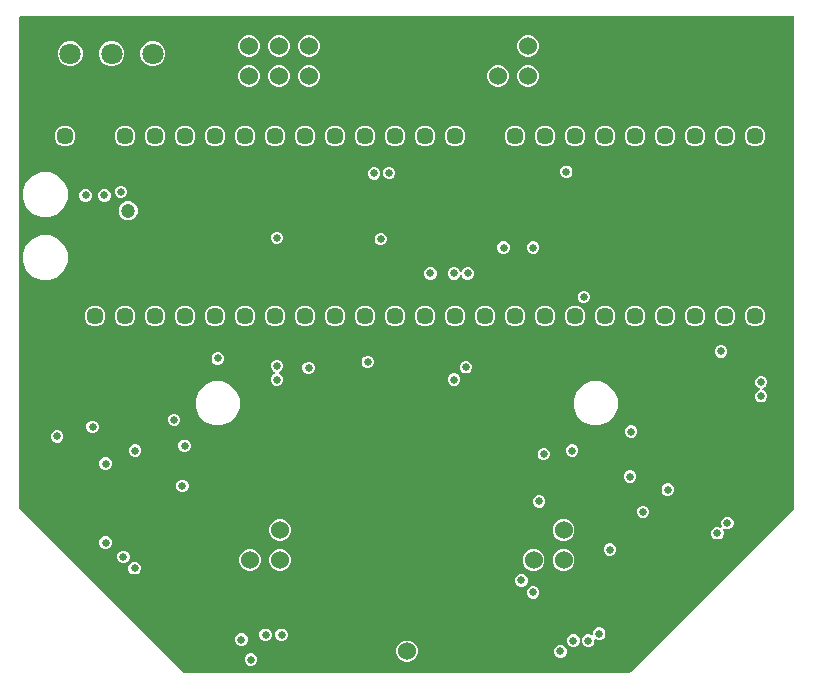
<source format=gbr>
G04 EAGLE Gerber RS-274X export*
G75*
%MOMM*%
%FSLAX34Y34*%
%LPD*%
%INCopper Layer 2*%
%IPPOS*%
%AMOC8*
5,1,8,0,0,1.08239X$1,22.5*%
G01*
%ADD10C,1.447800*%
%ADD11C,1.530000*%
%ADD12C,1.524000*%
%ADD13C,1.800000*%
%ADD14C,0.654000*%
%ADD15C,1.200000*%

G36*
X378852Y2014D02*
X378852Y2014D01*
X378949Y2019D01*
X378992Y2034D01*
X379037Y2041D01*
X379124Y2080D01*
X379215Y2112D01*
X379249Y2137D01*
X379294Y2157D01*
X379391Y2240D01*
X379464Y2293D01*
X517707Y140536D01*
X517764Y140613D01*
X517829Y140684D01*
X517849Y140725D01*
X517876Y140762D01*
X517910Y140852D01*
X517952Y140938D01*
X517958Y140980D01*
X517975Y141026D01*
X517985Y141153D01*
X517999Y141243D01*
X517999Y557000D01*
X517990Y557064D01*
X517991Y557128D01*
X517970Y557203D01*
X517959Y557279D01*
X517933Y557338D01*
X517916Y557400D01*
X517875Y557466D01*
X517843Y557536D01*
X517801Y557585D01*
X517768Y557640D01*
X517710Y557692D01*
X517660Y557750D01*
X517606Y557786D01*
X517558Y557829D01*
X517489Y557862D01*
X517424Y557905D01*
X517362Y557924D01*
X517305Y557952D01*
X517235Y557963D01*
X517154Y557987D01*
X517069Y557988D01*
X517000Y557999D01*
X-137000Y557999D01*
X-137064Y557990D01*
X-137128Y557991D01*
X-137203Y557970D01*
X-137279Y557959D01*
X-137338Y557933D01*
X-137400Y557916D01*
X-137466Y557875D01*
X-137536Y557843D01*
X-137585Y557801D01*
X-137640Y557768D01*
X-137692Y557710D01*
X-137750Y557660D01*
X-137786Y557606D01*
X-137829Y557558D01*
X-137862Y557489D01*
X-137905Y557424D01*
X-137924Y557362D01*
X-137952Y557305D01*
X-137963Y557235D01*
X-137987Y557154D01*
X-137988Y557069D01*
X-137999Y557000D01*
X-137999Y141243D01*
X-137986Y141148D01*
X-137981Y141051D01*
X-137966Y141008D01*
X-137959Y140963D01*
X-137920Y140876D01*
X-137888Y140785D01*
X-137863Y140751D01*
X-137843Y140706D01*
X-137760Y140609D01*
X-137707Y140536D01*
X536Y2293D01*
X613Y2236D01*
X684Y2171D01*
X725Y2151D01*
X762Y2124D01*
X852Y2090D01*
X938Y2048D01*
X980Y2042D01*
X1026Y2025D01*
X1153Y2015D01*
X1243Y2001D01*
X378757Y2001D01*
X378852Y2014D01*
G37*
%LPC*%
G36*
X-119779Y387699D02*
X-119779Y387699D01*
X-126763Y390592D01*
X-132108Y395937D01*
X-135001Y402920D01*
X-135001Y410479D01*
X-132108Y417463D01*
X-126763Y422808D01*
X-119779Y425701D01*
X-112221Y425701D01*
X-105237Y422808D01*
X-99892Y417463D01*
X-96999Y410479D01*
X-96999Y402920D01*
X-99892Y395937D01*
X-105237Y390592D01*
X-112221Y387699D01*
X-119779Y387699D01*
G37*
%LPD*%
%LPC*%
G36*
X-119779Y334299D02*
X-119779Y334299D01*
X-126763Y337192D01*
X-132108Y342537D01*
X-135001Y349520D01*
X-135001Y357079D01*
X-132108Y364063D01*
X-126763Y369408D01*
X-119779Y372301D01*
X-112221Y372301D01*
X-105237Y369408D01*
X-99892Y364063D01*
X-96999Y357079D01*
X-96999Y349520D01*
X-99892Y342537D01*
X-105237Y337192D01*
X-112221Y334299D01*
X-119779Y334299D01*
G37*
%LPD*%
%LPC*%
G36*
X26320Y211499D02*
X26320Y211499D01*
X19520Y214316D01*
X14316Y219520D01*
X11499Y226320D01*
X11499Y233680D01*
X14316Y240480D01*
X19520Y245684D01*
X26320Y248501D01*
X33680Y248501D01*
X40480Y245684D01*
X45684Y240480D01*
X48501Y233680D01*
X48501Y226320D01*
X45684Y219520D01*
X40480Y214316D01*
X33680Y211499D01*
X26320Y211499D01*
G37*
%LPD*%
%LPC*%
G36*
X346320Y211499D02*
X346320Y211499D01*
X339520Y214316D01*
X334316Y219520D01*
X331499Y226320D01*
X331499Y233680D01*
X334316Y240480D01*
X339520Y245684D01*
X346320Y248501D01*
X353680Y248501D01*
X360480Y245684D01*
X365684Y240480D01*
X368501Y233680D01*
X368501Y226320D01*
X365684Y219520D01*
X360480Y214316D01*
X353680Y211499D01*
X346320Y211499D01*
G37*
%LPD*%
%LPC*%
G36*
X-27093Y515475D02*
X-27093Y515475D01*
X-30962Y517078D01*
X-33922Y520038D01*
X-35525Y523906D01*
X-35525Y528093D01*
X-33922Y531962D01*
X-30962Y534922D01*
X-27093Y536525D01*
X-22907Y536525D01*
X-19038Y534922D01*
X-16078Y531962D01*
X-14475Y528093D01*
X-14475Y523906D01*
X-16078Y520038D01*
X-19038Y517078D01*
X-22907Y515475D01*
X-27093Y515475D01*
G37*
%LPD*%
%LPC*%
G36*
X-62093Y515475D02*
X-62093Y515475D01*
X-65962Y517078D01*
X-68922Y520038D01*
X-70525Y523906D01*
X-70525Y528093D01*
X-68922Y531962D01*
X-65962Y534922D01*
X-62093Y536525D01*
X-57907Y536525D01*
X-54038Y534922D01*
X-51078Y531962D01*
X-49475Y528093D01*
X-49475Y523906D01*
X-51078Y520038D01*
X-54038Y517078D01*
X-57907Y515475D01*
X-62093Y515475D01*
G37*
%LPD*%
%LPC*%
G36*
X-97093Y515475D02*
X-97093Y515475D01*
X-100962Y517078D01*
X-103922Y520038D01*
X-105525Y523906D01*
X-105525Y528093D01*
X-103922Y531962D01*
X-100962Y534922D01*
X-97093Y536525D01*
X-92907Y536525D01*
X-89038Y534922D01*
X-86078Y531962D01*
X-84475Y528093D01*
X-84475Y523906D01*
X-86078Y520038D01*
X-89038Y517078D01*
X-92907Y515475D01*
X-97093Y515475D01*
G37*
%LPD*%
%LPC*%
G36*
X290875Y523525D02*
X290875Y523525D01*
X287503Y524922D01*
X284922Y527503D01*
X283525Y530875D01*
X283525Y534525D01*
X284922Y537897D01*
X287503Y540478D01*
X290875Y541875D01*
X294525Y541875D01*
X297897Y540478D01*
X300478Y537897D01*
X301875Y534525D01*
X301875Y530875D01*
X300478Y527503D01*
X297897Y524922D01*
X294525Y523525D01*
X290875Y523525D01*
G37*
%LPD*%
%LPC*%
G36*
X105575Y523525D02*
X105575Y523525D01*
X102203Y524922D01*
X99622Y527503D01*
X98225Y530875D01*
X98225Y534525D01*
X99622Y537897D01*
X102203Y540478D01*
X105575Y541875D01*
X109225Y541875D01*
X112597Y540478D01*
X115178Y537897D01*
X116575Y534525D01*
X116575Y530875D01*
X115178Y527503D01*
X112597Y524922D01*
X109225Y523525D01*
X105575Y523525D01*
G37*
%LPD*%
%LPC*%
G36*
X80175Y523525D02*
X80175Y523525D01*
X76803Y524922D01*
X74222Y527503D01*
X72825Y530875D01*
X72825Y534525D01*
X74222Y537897D01*
X76803Y540478D01*
X80175Y541875D01*
X83825Y541875D01*
X87197Y540478D01*
X89778Y537897D01*
X91175Y534525D01*
X91175Y530875D01*
X89778Y527503D01*
X87197Y524922D01*
X83825Y523525D01*
X80175Y523525D01*
G37*
%LPD*%
%LPC*%
G36*
X54775Y523525D02*
X54775Y523525D01*
X51403Y524922D01*
X48822Y527503D01*
X47425Y530875D01*
X47425Y534525D01*
X48822Y537897D01*
X51403Y540478D01*
X54775Y541875D01*
X58425Y541875D01*
X61797Y540478D01*
X64378Y537897D01*
X65775Y534525D01*
X65775Y530875D01*
X64378Y527503D01*
X61797Y524922D01*
X58425Y523525D01*
X54775Y523525D01*
G37*
%LPD*%
%LPC*%
G36*
X290875Y498125D02*
X290875Y498125D01*
X287503Y499522D01*
X284922Y502103D01*
X283525Y505475D01*
X283525Y509125D01*
X284922Y512497D01*
X287503Y515078D01*
X290875Y516475D01*
X294525Y516475D01*
X297897Y515078D01*
X300478Y512497D01*
X301875Y509125D01*
X301875Y505475D01*
X300478Y502103D01*
X297897Y499522D01*
X294525Y498125D01*
X290875Y498125D01*
G37*
%LPD*%
%LPC*%
G36*
X265475Y498125D02*
X265475Y498125D01*
X262103Y499522D01*
X259522Y502103D01*
X258125Y505475D01*
X258125Y509125D01*
X259522Y512497D01*
X262103Y515078D01*
X265475Y516475D01*
X269125Y516475D01*
X272497Y515078D01*
X275078Y512497D01*
X276475Y509125D01*
X276475Y505475D01*
X275078Y502103D01*
X272497Y499522D01*
X269125Y498125D01*
X265475Y498125D01*
G37*
%LPD*%
%LPC*%
G36*
X105575Y498125D02*
X105575Y498125D01*
X102203Y499522D01*
X99622Y502103D01*
X98225Y505475D01*
X98225Y509125D01*
X99622Y512497D01*
X102203Y515078D01*
X105575Y516475D01*
X109225Y516475D01*
X112597Y515078D01*
X115178Y512497D01*
X116575Y509125D01*
X116575Y505475D01*
X115178Y502103D01*
X112597Y499522D01*
X109225Y498125D01*
X105575Y498125D01*
G37*
%LPD*%
%LPC*%
G36*
X80175Y498125D02*
X80175Y498125D01*
X76803Y499522D01*
X74222Y502103D01*
X72825Y505475D01*
X72825Y509125D01*
X74222Y512497D01*
X76803Y515078D01*
X80175Y516475D01*
X83825Y516475D01*
X87197Y515078D01*
X89778Y512497D01*
X91175Y509125D01*
X91175Y505475D01*
X89778Y502103D01*
X87197Y499522D01*
X83825Y498125D01*
X80175Y498125D01*
G37*
%LPD*%
%LPC*%
G36*
X54775Y498125D02*
X54775Y498125D01*
X51403Y499522D01*
X48822Y502103D01*
X47425Y505475D01*
X47425Y509125D01*
X48822Y512497D01*
X51403Y515078D01*
X54775Y516475D01*
X58425Y516475D01*
X61797Y515078D01*
X64378Y512497D01*
X65775Y509125D01*
X65775Y505475D01*
X64378Y502103D01*
X61797Y499522D01*
X58425Y498125D01*
X54775Y498125D01*
G37*
%LPD*%
%LPC*%
G36*
X80875Y113525D02*
X80875Y113525D01*
X77503Y114922D01*
X74922Y117503D01*
X73525Y120875D01*
X73525Y124525D01*
X74922Y127897D01*
X77503Y130478D01*
X80875Y131875D01*
X84525Y131875D01*
X87897Y130478D01*
X90478Y127897D01*
X91875Y124525D01*
X91875Y120875D01*
X90478Y117503D01*
X87897Y114922D01*
X84525Y113525D01*
X80875Y113525D01*
G37*
%LPD*%
%LPC*%
G36*
X320875Y113525D02*
X320875Y113525D01*
X317503Y114922D01*
X314922Y117503D01*
X313525Y120875D01*
X313525Y124525D01*
X314922Y127897D01*
X317503Y130478D01*
X320875Y131875D01*
X324525Y131875D01*
X327897Y130478D01*
X330478Y127897D01*
X331875Y124525D01*
X331875Y120875D01*
X330478Y117503D01*
X327897Y114922D01*
X324525Y113525D01*
X320875Y113525D01*
G37*
%LPD*%
%LPC*%
G36*
X295475Y88125D02*
X295475Y88125D01*
X292103Y89522D01*
X289522Y92103D01*
X288125Y95475D01*
X288125Y99125D01*
X289522Y102497D01*
X292103Y105078D01*
X295475Y106475D01*
X299125Y106475D01*
X302497Y105078D01*
X305078Y102497D01*
X306475Y99125D01*
X306475Y95475D01*
X305078Y92103D01*
X302497Y89522D01*
X299125Y88125D01*
X295475Y88125D01*
G37*
%LPD*%
%LPC*%
G36*
X55475Y88125D02*
X55475Y88125D01*
X52103Y89522D01*
X49522Y92103D01*
X48125Y95475D01*
X48125Y99125D01*
X49522Y102497D01*
X52103Y105078D01*
X55475Y106475D01*
X59125Y106475D01*
X62497Y105078D01*
X65078Y102497D01*
X66475Y99125D01*
X66475Y95475D01*
X65078Y92103D01*
X62497Y89522D01*
X59125Y88125D01*
X55475Y88125D01*
G37*
%LPD*%
%LPC*%
G36*
X80875Y88125D02*
X80875Y88125D01*
X77503Y89522D01*
X74922Y92103D01*
X73525Y95475D01*
X73525Y99125D01*
X74922Y102497D01*
X77503Y105078D01*
X80875Y106475D01*
X84525Y106475D01*
X87897Y105078D01*
X90478Y102497D01*
X91875Y99125D01*
X91875Y95475D01*
X90478Y92103D01*
X87897Y89522D01*
X84525Y88125D01*
X80875Y88125D01*
G37*
%LPD*%
%LPC*%
G36*
X320875Y88125D02*
X320875Y88125D01*
X317503Y89522D01*
X314922Y92103D01*
X313525Y95475D01*
X313525Y99125D01*
X314922Y102497D01*
X317503Y105078D01*
X320875Y106475D01*
X324525Y106475D01*
X327897Y105078D01*
X330478Y102497D01*
X331875Y99125D01*
X331875Y95475D01*
X330478Y92103D01*
X327897Y89522D01*
X324525Y88125D01*
X320875Y88125D01*
G37*
%LPD*%
%LPC*%
G36*
X188181Y10855D02*
X188181Y10855D01*
X184820Y12247D01*
X182247Y14820D01*
X180855Y18181D01*
X180855Y21819D01*
X182247Y25180D01*
X184820Y27753D01*
X188181Y29145D01*
X191819Y29145D01*
X195180Y27753D01*
X197753Y25180D01*
X199145Y21819D01*
X199145Y18181D01*
X197753Y14820D01*
X195180Y12247D01*
X191819Y10855D01*
X188181Y10855D01*
G37*
%LPD*%
%LPC*%
G36*
X483057Y447436D02*
X483057Y447436D01*
X479836Y448770D01*
X477370Y451236D01*
X476036Y454457D01*
X476036Y457943D01*
X477370Y461164D01*
X479836Y463630D01*
X483057Y464964D01*
X486543Y464964D01*
X489764Y463630D01*
X492230Y461164D01*
X493564Y457943D01*
X493564Y454457D01*
X492230Y451236D01*
X489764Y448770D01*
X486543Y447436D01*
X483057Y447436D01*
G37*
%LPD*%
%LPC*%
G36*
X457657Y447436D02*
X457657Y447436D01*
X454436Y448770D01*
X451970Y451236D01*
X450636Y454457D01*
X450636Y457943D01*
X451970Y461164D01*
X454436Y463630D01*
X457657Y464964D01*
X461143Y464964D01*
X464364Y463630D01*
X466830Y461164D01*
X468164Y457943D01*
X468164Y454457D01*
X466830Y451236D01*
X464364Y448770D01*
X461143Y447436D01*
X457657Y447436D01*
G37*
%LPD*%
%LPC*%
G36*
X432257Y447436D02*
X432257Y447436D01*
X429036Y448770D01*
X426570Y451236D01*
X425236Y454457D01*
X425236Y457943D01*
X426570Y461164D01*
X429036Y463630D01*
X432257Y464964D01*
X435743Y464964D01*
X438964Y463630D01*
X441430Y461164D01*
X442764Y457943D01*
X442764Y454457D01*
X441430Y451236D01*
X438964Y448770D01*
X435743Y447436D01*
X432257Y447436D01*
G37*
%LPD*%
%LPC*%
G36*
X406857Y447436D02*
X406857Y447436D01*
X403636Y448770D01*
X401170Y451236D01*
X399836Y454457D01*
X399836Y457943D01*
X401170Y461164D01*
X403636Y463630D01*
X406857Y464964D01*
X410343Y464964D01*
X413564Y463630D01*
X416030Y461164D01*
X417364Y457943D01*
X417364Y454457D01*
X416030Y451236D01*
X413564Y448770D01*
X410343Y447436D01*
X406857Y447436D01*
G37*
%LPD*%
%LPC*%
G36*
X381457Y447436D02*
X381457Y447436D01*
X378236Y448770D01*
X375770Y451236D01*
X374436Y454457D01*
X374436Y457943D01*
X375770Y461164D01*
X378236Y463630D01*
X381457Y464964D01*
X384943Y464964D01*
X388164Y463630D01*
X390630Y461164D01*
X391964Y457943D01*
X391964Y454457D01*
X390630Y451236D01*
X388164Y448770D01*
X384943Y447436D01*
X381457Y447436D01*
G37*
%LPD*%
%LPC*%
G36*
X356057Y447436D02*
X356057Y447436D01*
X352836Y448770D01*
X350370Y451236D01*
X349036Y454457D01*
X349036Y457943D01*
X350370Y461164D01*
X352836Y463630D01*
X356057Y464964D01*
X359543Y464964D01*
X362764Y463630D01*
X365230Y461164D01*
X366564Y457943D01*
X366564Y454457D01*
X365230Y451236D01*
X362764Y448770D01*
X359543Y447436D01*
X356057Y447436D01*
G37*
%LPD*%
%LPC*%
G36*
X330657Y447436D02*
X330657Y447436D01*
X327436Y448770D01*
X324970Y451236D01*
X323636Y454457D01*
X323636Y457943D01*
X324970Y461164D01*
X327436Y463630D01*
X330657Y464964D01*
X334143Y464964D01*
X337364Y463630D01*
X339830Y461164D01*
X341164Y457943D01*
X341164Y454457D01*
X339830Y451236D01*
X337364Y448770D01*
X334143Y447436D01*
X330657Y447436D01*
G37*
%LPD*%
%LPC*%
G36*
X305257Y447436D02*
X305257Y447436D01*
X302036Y448770D01*
X299570Y451236D01*
X298236Y454457D01*
X298236Y457943D01*
X299570Y461164D01*
X302036Y463630D01*
X305257Y464964D01*
X308743Y464964D01*
X311964Y463630D01*
X314430Y461164D01*
X315764Y457943D01*
X315764Y454457D01*
X314430Y451236D01*
X311964Y448770D01*
X308743Y447436D01*
X305257Y447436D01*
G37*
%LPD*%
%LPC*%
G36*
X279857Y447436D02*
X279857Y447436D01*
X276636Y448770D01*
X274170Y451236D01*
X272836Y454457D01*
X272836Y457943D01*
X274170Y461164D01*
X276636Y463630D01*
X279857Y464964D01*
X283343Y464964D01*
X286564Y463630D01*
X289030Y461164D01*
X290364Y457943D01*
X290364Y454457D01*
X289030Y451236D01*
X286564Y448770D01*
X283343Y447436D01*
X279857Y447436D01*
G37*
%LPD*%
%LPC*%
G36*
X229057Y447436D02*
X229057Y447436D01*
X225836Y448770D01*
X223370Y451236D01*
X222036Y454457D01*
X222036Y457943D01*
X223370Y461164D01*
X225836Y463630D01*
X229057Y464964D01*
X232543Y464964D01*
X235764Y463630D01*
X238230Y461164D01*
X239564Y457943D01*
X239564Y454457D01*
X238230Y451236D01*
X235764Y448770D01*
X232543Y447436D01*
X229057Y447436D01*
G37*
%LPD*%
%LPC*%
G36*
X203657Y447436D02*
X203657Y447436D01*
X200436Y448770D01*
X197970Y451236D01*
X196636Y454457D01*
X196636Y457943D01*
X197970Y461164D01*
X200436Y463630D01*
X203657Y464964D01*
X207143Y464964D01*
X210364Y463630D01*
X212830Y461164D01*
X214164Y457943D01*
X214164Y454457D01*
X212830Y451236D01*
X210364Y448770D01*
X207143Y447436D01*
X203657Y447436D01*
G37*
%LPD*%
%LPC*%
G36*
X178257Y447436D02*
X178257Y447436D01*
X175036Y448770D01*
X172570Y451236D01*
X171236Y454457D01*
X171236Y457943D01*
X172570Y461164D01*
X175036Y463630D01*
X178257Y464964D01*
X181743Y464964D01*
X184964Y463630D01*
X187430Y461164D01*
X188764Y457943D01*
X188764Y454457D01*
X187430Y451236D01*
X184964Y448770D01*
X181743Y447436D01*
X178257Y447436D01*
G37*
%LPD*%
%LPC*%
G36*
X152857Y447436D02*
X152857Y447436D01*
X149636Y448770D01*
X147170Y451236D01*
X145836Y454457D01*
X145836Y457943D01*
X147170Y461164D01*
X149636Y463630D01*
X152857Y464964D01*
X156343Y464964D01*
X159564Y463630D01*
X162030Y461164D01*
X163364Y457943D01*
X163364Y454457D01*
X162030Y451236D01*
X159564Y448770D01*
X156343Y447436D01*
X152857Y447436D01*
G37*
%LPD*%
%LPC*%
G36*
X127457Y447436D02*
X127457Y447436D01*
X124236Y448770D01*
X121770Y451236D01*
X120436Y454457D01*
X120436Y457943D01*
X121770Y461164D01*
X124236Y463630D01*
X127457Y464964D01*
X130943Y464964D01*
X134164Y463630D01*
X136630Y461164D01*
X137964Y457943D01*
X137964Y454457D01*
X136630Y451236D01*
X134164Y448770D01*
X130943Y447436D01*
X127457Y447436D01*
G37*
%LPD*%
%LPC*%
G36*
X102057Y447436D02*
X102057Y447436D01*
X98836Y448770D01*
X96370Y451236D01*
X95036Y454457D01*
X95036Y457943D01*
X96370Y461164D01*
X98836Y463630D01*
X102057Y464964D01*
X105543Y464964D01*
X108764Y463630D01*
X111230Y461164D01*
X112564Y457943D01*
X112564Y454457D01*
X111230Y451236D01*
X108764Y448770D01*
X105543Y447436D01*
X102057Y447436D01*
G37*
%LPD*%
%LPC*%
G36*
X76657Y447436D02*
X76657Y447436D01*
X73436Y448770D01*
X70970Y451236D01*
X69636Y454457D01*
X69636Y457943D01*
X70970Y461164D01*
X73436Y463630D01*
X76657Y464964D01*
X80143Y464964D01*
X83364Y463630D01*
X85830Y461164D01*
X87164Y457943D01*
X87164Y454457D01*
X85830Y451236D01*
X83364Y448770D01*
X80143Y447436D01*
X76657Y447436D01*
G37*
%LPD*%
%LPC*%
G36*
X51257Y447436D02*
X51257Y447436D01*
X48036Y448770D01*
X45570Y451236D01*
X44236Y454457D01*
X44236Y457943D01*
X45570Y461164D01*
X48036Y463630D01*
X51257Y464964D01*
X54743Y464964D01*
X57964Y463630D01*
X60430Y461164D01*
X61764Y457943D01*
X61764Y454457D01*
X60430Y451236D01*
X57964Y448770D01*
X54743Y447436D01*
X51257Y447436D01*
G37*
%LPD*%
%LPC*%
G36*
X25857Y447436D02*
X25857Y447436D01*
X22636Y448770D01*
X20170Y451236D01*
X18836Y454457D01*
X18836Y457943D01*
X20170Y461164D01*
X22636Y463630D01*
X25857Y464964D01*
X29343Y464964D01*
X32564Y463630D01*
X35030Y461164D01*
X36364Y457943D01*
X36364Y454457D01*
X35030Y451236D01*
X32564Y448770D01*
X29343Y447436D01*
X25857Y447436D01*
G37*
%LPD*%
%LPC*%
G36*
X76657Y295036D02*
X76657Y295036D01*
X73436Y296370D01*
X70970Y298836D01*
X69636Y302057D01*
X69636Y305543D01*
X70970Y308764D01*
X73436Y311230D01*
X76657Y312564D01*
X80143Y312564D01*
X83364Y311230D01*
X85830Y308764D01*
X87164Y305543D01*
X87164Y302057D01*
X85830Y298836D01*
X83364Y296370D01*
X80143Y295036D01*
X76657Y295036D01*
G37*
%LPD*%
%LPC*%
G36*
X-24943Y447436D02*
X-24943Y447436D01*
X-28164Y448770D01*
X-30630Y451236D01*
X-31964Y454457D01*
X-31964Y457943D01*
X-30630Y461164D01*
X-28164Y463630D01*
X-24943Y464964D01*
X-21457Y464964D01*
X-18236Y463630D01*
X-15770Y461164D01*
X-14436Y457943D01*
X-14436Y454457D01*
X-15770Y451236D01*
X-18236Y448770D01*
X-21457Y447436D01*
X-24943Y447436D01*
G37*
%LPD*%
%LPC*%
G36*
X-50343Y447436D02*
X-50343Y447436D01*
X-53564Y448770D01*
X-56030Y451236D01*
X-57364Y454457D01*
X-57364Y457943D01*
X-56030Y461164D01*
X-53564Y463630D01*
X-50343Y464964D01*
X-46857Y464964D01*
X-43636Y463630D01*
X-41170Y461164D01*
X-39836Y457943D01*
X-39836Y454457D01*
X-41170Y451236D01*
X-43636Y448770D01*
X-46857Y447436D01*
X-50343Y447436D01*
G37*
%LPD*%
%LPC*%
G36*
X-101143Y447436D02*
X-101143Y447436D01*
X-104364Y448770D01*
X-106830Y451236D01*
X-108164Y454457D01*
X-108164Y457943D01*
X-106830Y461164D01*
X-104364Y463630D01*
X-101143Y464964D01*
X-97657Y464964D01*
X-94436Y463630D01*
X-91970Y461164D01*
X-90636Y457943D01*
X-90636Y454457D01*
X-91970Y451236D01*
X-94436Y448770D01*
X-97657Y447436D01*
X-101143Y447436D01*
G37*
%LPD*%
%LPC*%
G36*
X51257Y295036D02*
X51257Y295036D01*
X48036Y296370D01*
X45570Y298836D01*
X44236Y302057D01*
X44236Y305543D01*
X45570Y308764D01*
X48036Y311230D01*
X51257Y312564D01*
X54743Y312564D01*
X57964Y311230D01*
X60430Y308764D01*
X61764Y305543D01*
X61764Y302057D01*
X60430Y298836D01*
X57964Y296370D01*
X54743Y295036D01*
X51257Y295036D01*
G37*
%LPD*%
%LPC*%
G36*
X25857Y295036D02*
X25857Y295036D01*
X22636Y296370D01*
X20170Y298836D01*
X18836Y302057D01*
X18836Y305543D01*
X20170Y308764D01*
X22636Y311230D01*
X25857Y312564D01*
X29343Y312564D01*
X32564Y311230D01*
X35030Y308764D01*
X36364Y305543D01*
X36364Y302057D01*
X35030Y298836D01*
X32564Y296370D01*
X29343Y295036D01*
X25857Y295036D01*
G37*
%LPD*%
%LPC*%
G36*
X-24943Y295036D02*
X-24943Y295036D01*
X-28164Y296370D01*
X-30630Y298836D01*
X-31964Y302057D01*
X-31964Y305543D01*
X-30630Y308764D01*
X-28164Y311230D01*
X-24943Y312564D01*
X-21457Y312564D01*
X-18236Y311230D01*
X-15770Y308764D01*
X-14436Y305543D01*
X-14436Y302057D01*
X-15770Y298836D01*
X-18236Y296370D01*
X-21457Y295036D01*
X-24943Y295036D01*
G37*
%LPD*%
%LPC*%
G36*
X-50343Y295036D02*
X-50343Y295036D01*
X-53564Y296370D01*
X-56030Y298836D01*
X-57364Y302057D01*
X-57364Y305543D01*
X-56030Y308764D01*
X-53564Y311230D01*
X-50343Y312564D01*
X-46857Y312564D01*
X-43636Y311230D01*
X-41170Y308764D01*
X-39836Y305543D01*
X-39836Y302057D01*
X-41170Y298836D01*
X-43636Y296370D01*
X-46857Y295036D01*
X-50343Y295036D01*
G37*
%LPD*%
%LPC*%
G36*
X-75743Y295036D02*
X-75743Y295036D01*
X-78964Y296370D01*
X-81430Y298836D01*
X-82764Y302057D01*
X-82764Y305543D01*
X-81430Y308764D01*
X-78964Y311230D01*
X-75743Y312564D01*
X-72257Y312564D01*
X-69036Y311230D01*
X-66570Y308764D01*
X-65236Y305543D01*
X-65236Y302057D01*
X-66570Y298836D01*
X-69036Y296370D01*
X-72257Y295036D01*
X-75743Y295036D01*
G37*
%LPD*%
%LPC*%
G36*
X483057Y295036D02*
X483057Y295036D01*
X479836Y296370D01*
X477370Y298836D01*
X476036Y302057D01*
X476036Y305543D01*
X477370Y308764D01*
X479836Y311230D01*
X483057Y312564D01*
X486543Y312564D01*
X489764Y311230D01*
X492230Y308764D01*
X493564Y305543D01*
X493564Y302057D01*
X492230Y298836D01*
X489764Y296370D01*
X486543Y295036D01*
X483057Y295036D01*
G37*
%LPD*%
%LPC*%
G36*
X457657Y295036D02*
X457657Y295036D01*
X454436Y296370D01*
X451970Y298836D01*
X450636Y302057D01*
X450636Y305543D01*
X451970Y308764D01*
X454436Y311230D01*
X457657Y312564D01*
X461143Y312564D01*
X464364Y311230D01*
X466830Y308764D01*
X468164Y305543D01*
X468164Y302057D01*
X466830Y298836D01*
X464364Y296370D01*
X461143Y295036D01*
X457657Y295036D01*
G37*
%LPD*%
%LPC*%
G36*
X432257Y295036D02*
X432257Y295036D01*
X429036Y296370D01*
X426570Y298836D01*
X425236Y302057D01*
X425236Y305543D01*
X426570Y308764D01*
X429036Y311230D01*
X432257Y312564D01*
X435743Y312564D01*
X438964Y311230D01*
X441430Y308764D01*
X442764Y305543D01*
X442764Y302057D01*
X441430Y298836D01*
X438964Y296370D01*
X435743Y295036D01*
X432257Y295036D01*
G37*
%LPD*%
%LPC*%
G36*
X406857Y295036D02*
X406857Y295036D01*
X403636Y296370D01*
X401170Y298836D01*
X399836Y302057D01*
X399836Y305543D01*
X401170Y308764D01*
X403636Y311230D01*
X406857Y312564D01*
X410343Y312564D01*
X413564Y311230D01*
X416030Y308764D01*
X417364Y305543D01*
X417364Y302057D01*
X416030Y298836D01*
X413564Y296370D01*
X410343Y295036D01*
X406857Y295036D01*
G37*
%LPD*%
%LPC*%
G36*
X381457Y295036D02*
X381457Y295036D01*
X378236Y296370D01*
X375770Y298836D01*
X374436Y302057D01*
X374436Y305543D01*
X375770Y308764D01*
X378236Y311230D01*
X381457Y312564D01*
X384943Y312564D01*
X388164Y311230D01*
X390630Y308764D01*
X391964Y305543D01*
X391964Y302057D01*
X390630Y298836D01*
X388164Y296370D01*
X384943Y295036D01*
X381457Y295036D01*
G37*
%LPD*%
%LPC*%
G36*
X356057Y295036D02*
X356057Y295036D01*
X352836Y296370D01*
X350370Y298836D01*
X349036Y302057D01*
X349036Y305543D01*
X350370Y308764D01*
X352836Y311230D01*
X356057Y312564D01*
X359543Y312564D01*
X362764Y311230D01*
X365230Y308764D01*
X366564Y305543D01*
X366564Y302057D01*
X365230Y298836D01*
X362764Y296370D01*
X359543Y295036D01*
X356057Y295036D01*
G37*
%LPD*%
%LPC*%
G36*
X330657Y295036D02*
X330657Y295036D01*
X327436Y296370D01*
X324970Y298836D01*
X323636Y302057D01*
X323636Y305543D01*
X324970Y308764D01*
X327436Y311230D01*
X330657Y312564D01*
X334143Y312564D01*
X337364Y311230D01*
X339830Y308764D01*
X341164Y305543D01*
X341164Y302057D01*
X339830Y298836D01*
X337364Y296370D01*
X334143Y295036D01*
X330657Y295036D01*
G37*
%LPD*%
%LPC*%
G36*
X305257Y295036D02*
X305257Y295036D01*
X302036Y296370D01*
X299570Y298836D01*
X298236Y302057D01*
X298236Y305543D01*
X299570Y308764D01*
X302036Y311230D01*
X305257Y312564D01*
X308743Y312564D01*
X311964Y311230D01*
X314430Y308764D01*
X315764Y305543D01*
X315764Y302057D01*
X314430Y298836D01*
X311964Y296370D01*
X308743Y295036D01*
X305257Y295036D01*
G37*
%LPD*%
%LPC*%
G36*
X279857Y295036D02*
X279857Y295036D01*
X276636Y296370D01*
X274170Y298836D01*
X272836Y302057D01*
X272836Y305543D01*
X274170Y308764D01*
X276636Y311230D01*
X279857Y312564D01*
X283343Y312564D01*
X286564Y311230D01*
X289030Y308764D01*
X290364Y305543D01*
X290364Y302057D01*
X289030Y298836D01*
X286564Y296370D01*
X283343Y295036D01*
X279857Y295036D01*
G37*
%LPD*%
%LPC*%
G36*
X254457Y295036D02*
X254457Y295036D01*
X251236Y296370D01*
X248770Y298836D01*
X247436Y302057D01*
X247436Y305543D01*
X248770Y308764D01*
X251236Y311230D01*
X254457Y312564D01*
X257943Y312564D01*
X261164Y311230D01*
X263630Y308764D01*
X264964Y305543D01*
X264964Y302057D01*
X263630Y298836D01*
X261164Y296370D01*
X257943Y295036D01*
X254457Y295036D01*
G37*
%LPD*%
%LPC*%
G36*
X229057Y295036D02*
X229057Y295036D01*
X225836Y296370D01*
X223370Y298836D01*
X222036Y302057D01*
X222036Y305543D01*
X223370Y308764D01*
X225836Y311230D01*
X229057Y312564D01*
X232543Y312564D01*
X235764Y311230D01*
X238230Y308764D01*
X239564Y305543D01*
X239564Y302057D01*
X238230Y298836D01*
X235764Y296370D01*
X232543Y295036D01*
X229057Y295036D01*
G37*
%LPD*%
%LPC*%
G36*
X203657Y295036D02*
X203657Y295036D01*
X200436Y296370D01*
X197970Y298836D01*
X196636Y302057D01*
X196636Y305543D01*
X197970Y308764D01*
X200436Y311230D01*
X203657Y312564D01*
X207143Y312564D01*
X210364Y311230D01*
X212830Y308764D01*
X214164Y305543D01*
X214164Y302057D01*
X212830Y298836D01*
X210364Y296370D01*
X207143Y295036D01*
X203657Y295036D01*
G37*
%LPD*%
%LPC*%
G36*
X178257Y295036D02*
X178257Y295036D01*
X175036Y296370D01*
X172570Y298836D01*
X171236Y302057D01*
X171236Y305543D01*
X172570Y308764D01*
X175036Y311230D01*
X178257Y312564D01*
X181743Y312564D01*
X184964Y311230D01*
X187430Y308764D01*
X188764Y305543D01*
X188764Y302057D01*
X187430Y298836D01*
X184964Y296370D01*
X181743Y295036D01*
X178257Y295036D01*
G37*
%LPD*%
%LPC*%
G36*
X152857Y295036D02*
X152857Y295036D01*
X149636Y296370D01*
X147170Y298836D01*
X145836Y302057D01*
X145836Y305543D01*
X147170Y308764D01*
X149636Y311230D01*
X152857Y312564D01*
X156343Y312564D01*
X159564Y311230D01*
X162030Y308764D01*
X163364Y305543D01*
X163364Y302057D01*
X162030Y298836D01*
X159564Y296370D01*
X156343Y295036D01*
X152857Y295036D01*
G37*
%LPD*%
%LPC*%
G36*
X127457Y295036D02*
X127457Y295036D01*
X124236Y296370D01*
X121770Y298836D01*
X120436Y302057D01*
X120436Y305543D01*
X121770Y308764D01*
X124236Y311230D01*
X127457Y312564D01*
X130943Y312564D01*
X134164Y311230D01*
X136630Y308764D01*
X137964Y305543D01*
X137964Y302057D01*
X136630Y298836D01*
X134164Y296370D01*
X130943Y295036D01*
X127457Y295036D01*
G37*
%LPD*%
%LPC*%
G36*
X102057Y295036D02*
X102057Y295036D01*
X98836Y296370D01*
X96370Y298836D01*
X95036Y302057D01*
X95036Y305543D01*
X96370Y308764D01*
X98836Y311230D01*
X102057Y312564D01*
X105543Y312564D01*
X108764Y311230D01*
X111230Y308764D01*
X112564Y305543D01*
X112564Y302057D01*
X111230Y298836D01*
X108764Y296370D01*
X105543Y295036D01*
X102057Y295036D01*
G37*
%LPD*%
%LPC*%
G36*
X457Y447436D02*
X457Y447436D01*
X-2764Y448770D01*
X-5230Y451236D01*
X-6564Y454457D01*
X-6564Y457943D01*
X-5230Y461164D01*
X-2764Y463630D01*
X457Y464964D01*
X3943Y464964D01*
X7164Y463630D01*
X9630Y461164D01*
X10964Y457943D01*
X10964Y454457D01*
X9630Y451236D01*
X7164Y448770D01*
X3943Y447436D01*
X457Y447436D01*
G37*
%LPD*%
%LPC*%
G36*
X457Y295036D02*
X457Y295036D01*
X-2764Y296370D01*
X-5230Y298836D01*
X-6564Y302057D01*
X-6564Y305543D01*
X-5230Y308764D01*
X-2764Y311230D01*
X457Y312564D01*
X3943Y312564D01*
X7164Y311230D01*
X9630Y308764D01*
X10964Y305543D01*
X10964Y302057D01*
X9630Y298836D01*
X7164Y296370D01*
X3943Y295036D01*
X457Y295036D01*
G37*
%LPD*%
%LPC*%
G36*
X-47598Y384935D02*
X-47598Y384935D01*
X-50550Y386158D01*
X-52810Y388418D01*
X-54033Y391370D01*
X-54033Y394566D01*
X-52810Y397518D01*
X-50550Y399778D01*
X-47598Y401001D01*
X-44402Y401001D01*
X-41450Y399778D01*
X-39190Y397518D01*
X-37967Y394566D01*
X-37967Y391370D01*
X-39190Y388418D01*
X-41450Y386158D01*
X-44402Y384935D01*
X-47598Y384935D01*
G37*
%LPD*%
%LPC*%
G36*
X228945Y334697D02*
X228945Y334697D01*
X226996Y335505D01*
X225505Y336996D01*
X224697Y338945D01*
X224697Y341055D01*
X225505Y343004D01*
X226996Y344495D01*
X228945Y345303D01*
X231055Y345303D01*
X233004Y344495D01*
X234495Y343004D01*
X234887Y342059D01*
X234903Y342031D01*
X234913Y342000D01*
X234975Y341910D01*
X235030Y341816D01*
X235054Y341794D01*
X235072Y341767D01*
X235157Y341698D01*
X235236Y341623D01*
X235265Y341609D01*
X235290Y341588D01*
X235390Y341545D01*
X235488Y341495D01*
X235519Y341489D01*
X235549Y341477D01*
X235657Y341463D01*
X235765Y341443D01*
X235797Y341446D01*
X235829Y341442D01*
X235937Y341460D01*
X236045Y341470D01*
X236075Y341482D01*
X236107Y341487D01*
X236206Y341534D01*
X236307Y341575D01*
X236333Y341594D01*
X236362Y341608D01*
X236444Y341681D01*
X236530Y341748D01*
X236549Y341774D01*
X236573Y341796D01*
X236620Y341873D01*
X236695Y341977D01*
X236711Y342023D01*
X236733Y342059D01*
X237125Y343004D01*
X238616Y344495D01*
X240565Y345303D01*
X242675Y345303D01*
X244624Y344495D01*
X246115Y343004D01*
X246923Y341055D01*
X246923Y338945D01*
X246115Y336996D01*
X244624Y335505D01*
X242675Y334697D01*
X240565Y334697D01*
X238616Y335505D01*
X237125Y336996D01*
X236733Y337941D01*
X236717Y337969D01*
X236707Y338000D01*
X236645Y338090D01*
X236590Y338184D01*
X236566Y338206D01*
X236548Y338233D01*
X236464Y338302D01*
X236384Y338377D01*
X236355Y338391D01*
X236330Y338412D01*
X236230Y338455D01*
X236132Y338504D01*
X236101Y338510D01*
X236071Y338523D01*
X235963Y338537D01*
X235855Y338557D01*
X235823Y338554D01*
X235791Y338558D01*
X235683Y338540D01*
X235575Y338530D01*
X235545Y338518D01*
X235513Y338513D01*
X235414Y338466D01*
X235313Y338425D01*
X235287Y338406D01*
X235258Y338392D01*
X235176Y338319D01*
X235090Y338252D01*
X235071Y338226D01*
X235047Y338204D01*
X235000Y338127D01*
X234925Y338023D01*
X234909Y337977D01*
X234887Y337941D01*
X234495Y336996D01*
X233004Y335505D01*
X231055Y334697D01*
X228945Y334697D01*
G37*
%LPD*%
%LPC*%
G36*
X78945Y244697D02*
X78945Y244697D01*
X76996Y245505D01*
X75505Y246996D01*
X74697Y248945D01*
X74697Y251055D01*
X75505Y253004D01*
X76996Y254495D01*
X77941Y254887D01*
X77969Y254903D01*
X78000Y254913D01*
X78047Y254946D01*
X78094Y254967D01*
X78134Y255001D01*
X78184Y255030D01*
X78206Y255054D01*
X78233Y255072D01*
X78270Y255117D01*
X78309Y255150D01*
X78337Y255193D01*
X78377Y255236D01*
X78391Y255265D01*
X78412Y255290D01*
X78435Y255344D01*
X78463Y255386D01*
X78478Y255435D01*
X78505Y255488D01*
X78511Y255519D01*
X78523Y255549D01*
X78530Y255607D01*
X78545Y255656D01*
X78546Y255707D01*
X78557Y255765D01*
X78554Y255797D01*
X78558Y255829D01*
X78548Y255887D01*
X78549Y255938D01*
X78535Y255988D01*
X78530Y256045D01*
X78518Y256075D01*
X78513Y256107D01*
X78488Y256160D01*
X78474Y256210D01*
X78447Y256254D01*
X78425Y256307D01*
X78406Y256333D01*
X78392Y256362D01*
X78354Y256405D01*
X78326Y256450D01*
X78287Y256485D01*
X78252Y256530D01*
X78226Y256549D01*
X78204Y256573D01*
X78160Y256600D01*
X78116Y256639D01*
X78068Y256662D01*
X78023Y256695D01*
X77978Y256711D01*
X77941Y256733D01*
X76996Y257125D01*
X75505Y258616D01*
X74697Y260565D01*
X74697Y262675D01*
X75505Y264624D01*
X76996Y266115D01*
X78945Y266923D01*
X81055Y266923D01*
X83004Y266115D01*
X84495Y264624D01*
X85303Y262675D01*
X85303Y260565D01*
X84495Y258616D01*
X83004Y257125D01*
X82059Y256733D01*
X82031Y256717D01*
X82000Y256707D01*
X81955Y256676D01*
X81906Y256653D01*
X81864Y256618D01*
X81816Y256590D01*
X81794Y256566D01*
X81767Y256548D01*
X81732Y256505D01*
X81691Y256470D01*
X81662Y256425D01*
X81623Y256384D01*
X81609Y256355D01*
X81588Y256330D01*
X81566Y256278D01*
X81537Y256234D01*
X81522Y256184D01*
X81495Y256132D01*
X81489Y256101D01*
X81477Y256071D01*
X81470Y256014D01*
X81455Y255964D01*
X81454Y255913D01*
X81443Y255855D01*
X81446Y255823D01*
X81442Y255791D01*
X81452Y255734D01*
X81451Y255682D01*
X81465Y255633D01*
X81470Y255575D01*
X81482Y255545D01*
X81487Y255513D01*
X81512Y255460D01*
X81526Y255411D01*
X81553Y255367D01*
X81575Y255313D01*
X81594Y255287D01*
X81608Y255258D01*
X81647Y255214D01*
X81674Y255171D01*
X81712Y255136D01*
X81748Y255090D01*
X81774Y255071D01*
X81796Y255047D01*
X81842Y255019D01*
X81883Y254982D01*
X81930Y254959D01*
X81977Y254925D01*
X82023Y254909D01*
X82059Y254887D01*
X83004Y254495D01*
X84495Y253004D01*
X85303Y251055D01*
X85303Y248945D01*
X84495Y246996D01*
X83004Y245505D01*
X81055Y244697D01*
X78945Y244697D01*
G37*
%LPD*%
%LPC*%
G36*
X488945Y230697D02*
X488945Y230697D01*
X486996Y231505D01*
X485505Y232996D01*
X484697Y234945D01*
X484697Y237055D01*
X485505Y239004D01*
X486996Y240495D01*
X488327Y241047D01*
X488355Y241063D01*
X488386Y241073D01*
X488476Y241135D01*
X488570Y241190D01*
X488592Y241214D01*
X488619Y241232D01*
X488688Y241316D01*
X488763Y241396D01*
X488778Y241425D01*
X488798Y241450D01*
X488841Y241550D01*
X488891Y241648D01*
X488897Y241679D01*
X488910Y241709D01*
X488923Y241817D01*
X488943Y241925D01*
X488940Y241957D01*
X488944Y241989D01*
X488927Y242097D01*
X488916Y242205D01*
X488904Y242235D01*
X488899Y242267D01*
X488852Y242366D01*
X488812Y242467D01*
X488792Y242493D01*
X488778Y242522D01*
X488705Y242604D01*
X488638Y242690D01*
X488612Y242709D01*
X488591Y242733D01*
X488513Y242780D01*
X488409Y242855D01*
X488364Y242871D01*
X488327Y242893D01*
X486996Y243445D01*
X485505Y244936D01*
X484697Y246885D01*
X484697Y248995D01*
X485505Y250944D01*
X486996Y252435D01*
X488945Y253243D01*
X491055Y253243D01*
X493004Y252435D01*
X494495Y250944D01*
X495303Y248995D01*
X495303Y246885D01*
X494495Y244936D01*
X493004Y243445D01*
X491673Y242893D01*
X491645Y242877D01*
X491614Y242867D01*
X491524Y242805D01*
X491430Y242750D01*
X491408Y242726D01*
X491381Y242708D01*
X491312Y242624D01*
X491237Y242544D01*
X491222Y242515D01*
X491202Y242490D01*
X491159Y242390D01*
X491109Y242292D01*
X491103Y242261D01*
X491090Y242231D01*
X491077Y242123D01*
X491057Y242015D01*
X491060Y241983D01*
X491056Y241951D01*
X491073Y241843D01*
X491084Y241735D01*
X491096Y241705D01*
X491101Y241673D01*
X491148Y241574D01*
X491188Y241473D01*
X491208Y241447D01*
X491222Y241418D01*
X491295Y241337D01*
X491362Y241250D01*
X491388Y241231D01*
X491409Y241207D01*
X491487Y241160D01*
X491591Y241085D01*
X491636Y241069D01*
X491673Y241047D01*
X493004Y240495D01*
X494495Y239004D01*
X495303Y237055D01*
X495303Y234945D01*
X494495Y232996D01*
X493004Y231505D01*
X491055Y230697D01*
X488945Y230697D01*
G37*
%LPD*%
%LPC*%
G36*
X451945Y114697D02*
X451945Y114697D01*
X449996Y115505D01*
X448505Y116996D01*
X447697Y118945D01*
X447697Y121055D01*
X448505Y123004D01*
X449996Y124495D01*
X451945Y125303D01*
X454055Y125303D01*
X455382Y124753D01*
X455414Y124745D01*
X455442Y124730D01*
X455550Y124710D01*
X455656Y124683D01*
X455688Y124684D01*
X455720Y124678D01*
X455828Y124688D01*
X455938Y124692D01*
X455968Y124702D01*
X456000Y124705D01*
X456102Y124745D01*
X456206Y124779D01*
X456232Y124797D01*
X456262Y124809D01*
X456348Y124876D01*
X456439Y124938D01*
X456459Y124963D01*
X456485Y124983D01*
X456549Y125071D01*
X456618Y125156D01*
X456631Y125185D01*
X456650Y125212D01*
X456686Y125314D01*
X456729Y125415D01*
X456733Y125447D01*
X456744Y125477D01*
X456751Y125586D01*
X456764Y125695D01*
X456759Y125727D01*
X456761Y125759D01*
X456739Y125847D01*
X456719Y125973D01*
X456698Y126017D01*
X456688Y126058D01*
X456118Y127436D01*
X456118Y129545D01*
X456925Y131494D01*
X458416Y132986D01*
X460366Y133793D01*
X462475Y133793D01*
X464424Y132986D01*
X465916Y131494D01*
X466723Y129545D01*
X466723Y127436D01*
X465916Y125487D01*
X464424Y123995D01*
X462475Y123188D01*
X460366Y123188D01*
X459038Y123738D01*
X459007Y123746D01*
X458978Y123760D01*
X458870Y123781D01*
X458765Y123808D01*
X458732Y123807D01*
X458701Y123813D01*
X458592Y123802D01*
X458483Y123799D01*
X458452Y123789D01*
X458420Y123786D01*
X458318Y123745D01*
X458215Y123711D01*
X458188Y123693D01*
X458158Y123681D01*
X458072Y123614D01*
X457982Y123552D01*
X457961Y123527D01*
X457936Y123508D01*
X457872Y123419D01*
X457802Y123335D01*
X457790Y123305D01*
X457771Y123279D01*
X457734Y123176D01*
X457691Y123076D01*
X457687Y123044D01*
X457676Y123013D01*
X457670Y122904D01*
X457656Y122796D01*
X457662Y122764D01*
X457660Y122732D01*
X457681Y122644D01*
X457701Y122517D01*
X457722Y122473D01*
X457732Y122432D01*
X458303Y121055D01*
X458303Y118945D01*
X457495Y116996D01*
X456004Y115505D01*
X454055Y114697D01*
X451945Y114697D01*
G37*
%LPD*%
%LPC*%
G36*
X342565Y23697D02*
X342565Y23697D01*
X340616Y24505D01*
X339125Y25996D01*
X338317Y27945D01*
X338317Y30055D01*
X339125Y32004D01*
X340616Y33495D01*
X342565Y34303D01*
X344675Y34303D01*
X346256Y33648D01*
X346370Y33618D01*
X346484Y33584D01*
X346507Y33584D01*
X346529Y33578D01*
X346647Y33582D01*
X346766Y33580D01*
X346788Y33586D01*
X346811Y33587D01*
X346923Y33624D01*
X347038Y33655D01*
X347057Y33667D01*
X347079Y33674D01*
X347177Y33741D01*
X347278Y33803D01*
X347293Y33820D01*
X347312Y33833D01*
X347387Y33925D01*
X347467Y34013D01*
X347477Y34033D01*
X347491Y34051D01*
X347538Y34160D01*
X347590Y34267D01*
X347593Y34288D01*
X347603Y34310D01*
X347625Y34495D01*
X347637Y34571D01*
X347637Y36055D01*
X348445Y38004D01*
X349936Y39495D01*
X351885Y40303D01*
X353995Y40303D01*
X355944Y39495D01*
X357435Y38004D01*
X358243Y36055D01*
X358243Y33945D01*
X357435Y31996D01*
X355944Y30505D01*
X353995Y29697D01*
X351885Y29697D01*
X350304Y30352D01*
X350190Y30382D01*
X350076Y30416D01*
X350053Y30416D01*
X350031Y30422D01*
X349913Y30418D01*
X349794Y30420D01*
X349772Y30414D01*
X349749Y30413D01*
X349637Y30376D01*
X349522Y30345D01*
X349503Y30333D01*
X349481Y30326D01*
X349383Y30259D01*
X349282Y30197D01*
X349267Y30180D01*
X349248Y30167D01*
X349173Y30075D01*
X349093Y29987D01*
X349083Y29967D01*
X349069Y29949D01*
X349022Y29840D01*
X348970Y29733D01*
X348967Y29712D01*
X348957Y29690D01*
X348935Y29505D01*
X348923Y29429D01*
X348923Y27945D01*
X348115Y25996D01*
X346624Y24505D01*
X344675Y23697D01*
X342565Y23697D01*
G37*
%LPD*%
%LPC*%
G36*
X161301Y419341D02*
X161301Y419341D01*
X159352Y420148D01*
X157861Y421640D01*
X157053Y423589D01*
X157053Y425699D01*
X157861Y427648D01*
X159352Y429139D01*
X161301Y429947D01*
X163411Y429947D01*
X165360Y429139D01*
X166852Y427648D01*
X167659Y425699D01*
X167659Y423589D01*
X166852Y421640D01*
X165360Y420148D01*
X163411Y419341D01*
X161301Y419341D01*
G37*
%LPD*%
%LPC*%
G36*
X-53055Y403697D02*
X-53055Y403697D01*
X-55004Y404505D01*
X-56495Y405996D01*
X-57303Y407945D01*
X-57303Y410055D01*
X-56495Y412004D01*
X-55004Y413495D01*
X-53055Y414303D01*
X-50945Y414303D01*
X-48996Y413495D01*
X-47505Y412004D01*
X-46697Y410055D01*
X-46697Y407945D01*
X-47505Y405996D01*
X-48996Y404505D01*
X-50945Y403697D01*
X-53055Y403697D01*
G37*
%LPD*%
%LPC*%
G36*
X-67055Y400697D02*
X-67055Y400697D01*
X-69004Y401505D01*
X-70495Y402996D01*
X-71303Y404945D01*
X-71303Y407055D01*
X-70495Y409004D01*
X-69004Y410495D01*
X-67055Y411303D01*
X-64945Y411303D01*
X-62996Y410495D01*
X-61505Y409004D01*
X-60697Y407055D01*
X-60697Y404945D01*
X-61505Y402996D01*
X-62996Y401505D01*
X-64945Y400697D01*
X-67055Y400697D01*
G37*
%LPD*%
%LPC*%
G36*
X455011Y268697D02*
X455011Y268697D01*
X453062Y269505D01*
X451571Y270996D01*
X450763Y272945D01*
X450763Y275055D01*
X451571Y277004D01*
X453062Y278495D01*
X455011Y279303D01*
X457121Y279303D01*
X459070Y278495D01*
X460561Y277004D01*
X461369Y275055D01*
X461369Y272945D01*
X460561Y270996D01*
X459070Y269505D01*
X457121Y268697D01*
X455011Y268697D01*
G37*
%LPD*%
%LPC*%
G36*
X28945Y262697D02*
X28945Y262697D01*
X26996Y263505D01*
X25505Y264996D01*
X24697Y266945D01*
X24697Y269055D01*
X25505Y271004D01*
X26996Y272495D01*
X28945Y273303D01*
X31055Y273303D01*
X33004Y272495D01*
X34495Y271004D01*
X35303Y269055D01*
X35303Y266945D01*
X34495Y264996D01*
X33004Y263505D01*
X31055Y262697D01*
X28945Y262697D01*
G37*
%LPD*%
%LPC*%
G36*
X155945Y259697D02*
X155945Y259697D01*
X153996Y260505D01*
X152505Y261996D01*
X151697Y263945D01*
X151697Y266055D01*
X152505Y268004D01*
X153996Y269495D01*
X155945Y270303D01*
X158055Y270303D01*
X160004Y269495D01*
X161495Y268004D01*
X162303Y266055D01*
X162303Y263945D01*
X161495Y261996D01*
X160004Y260505D01*
X158055Y259697D01*
X155945Y259697D01*
G37*
%LPD*%
%LPC*%
G36*
X238945Y255253D02*
X238945Y255253D01*
X236996Y256061D01*
X235505Y257552D01*
X234697Y259501D01*
X234697Y261611D01*
X235505Y263560D01*
X236996Y265051D01*
X238945Y265859D01*
X241055Y265859D01*
X243004Y265051D01*
X244495Y263560D01*
X245303Y261611D01*
X245303Y259501D01*
X244495Y257552D01*
X243004Y256061D01*
X241055Y255253D01*
X238945Y255253D01*
G37*
%LPD*%
%LPC*%
G36*
X105945Y254697D02*
X105945Y254697D01*
X103996Y255505D01*
X102505Y256996D01*
X101697Y258945D01*
X101697Y261055D01*
X102505Y263004D01*
X103996Y264495D01*
X105945Y265303D01*
X108055Y265303D01*
X110004Y264495D01*
X111495Y263004D01*
X112303Y261055D01*
X112303Y258945D01*
X111495Y256996D01*
X110004Y255505D01*
X108055Y254697D01*
X105945Y254697D01*
G37*
%LPD*%
%LPC*%
G36*
X228945Y244697D02*
X228945Y244697D01*
X226996Y245505D01*
X225505Y246996D01*
X224697Y248945D01*
X224697Y251055D01*
X225505Y253004D01*
X226996Y254495D01*
X228945Y255303D01*
X231055Y255303D01*
X233004Y254495D01*
X234495Y253004D01*
X235303Y251055D01*
X235303Y248945D01*
X234495Y246996D01*
X233004Y245505D01*
X231055Y244697D01*
X228945Y244697D01*
G37*
%LPD*%
%LPC*%
G36*
X338945Y314697D02*
X338945Y314697D01*
X336996Y315505D01*
X335505Y316996D01*
X334697Y318945D01*
X334697Y321055D01*
X335505Y323004D01*
X336996Y324495D01*
X338945Y325303D01*
X341055Y325303D01*
X343004Y324495D01*
X344495Y323004D01*
X345303Y321055D01*
X345303Y318945D01*
X344495Y316996D01*
X343004Y315505D01*
X341055Y314697D01*
X338945Y314697D01*
G37*
%LPD*%
%LPC*%
G36*
X208945Y334697D02*
X208945Y334697D01*
X206996Y335505D01*
X205505Y336996D01*
X204697Y338945D01*
X204697Y341055D01*
X205505Y343004D01*
X206996Y344495D01*
X208945Y345303D01*
X211055Y345303D01*
X213004Y344495D01*
X214495Y343004D01*
X215303Y341055D01*
X215303Y338945D01*
X214495Y336996D01*
X213004Y335505D01*
X211055Y334697D01*
X208945Y334697D01*
G37*
%LPD*%
%LPC*%
G36*
X-8055Y210697D02*
X-8055Y210697D01*
X-10004Y211505D01*
X-11495Y212996D01*
X-12303Y214945D01*
X-12303Y217055D01*
X-11495Y219004D01*
X-10004Y220495D01*
X-8055Y221303D01*
X-5945Y221303D01*
X-3996Y220495D01*
X-2505Y219004D01*
X-1697Y217055D01*
X-1697Y214945D01*
X-2505Y212996D01*
X-3996Y211505D01*
X-5945Y210697D01*
X-8055Y210697D01*
G37*
%LPD*%
%LPC*%
G36*
X-77055Y204697D02*
X-77055Y204697D01*
X-79004Y205505D01*
X-80495Y206996D01*
X-81303Y208945D01*
X-81303Y211055D01*
X-80495Y213004D01*
X-79004Y214495D01*
X-77055Y215303D01*
X-74945Y215303D01*
X-72996Y214495D01*
X-71505Y213004D01*
X-70697Y211055D01*
X-70697Y208945D01*
X-71505Y206996D01*
X-72996Y205505D01*
X-74945Y204697D01*
X-77055Y204697D01*
G37*
%LPD*%
%LPC*%
G36*
X378945Y200697D02*
X378945Y200697D01*
X376996Y201505D01*
X375505Y202996D01*
X374697Y204945D01*
X374697Y207055D01*
X375505Y209004D01*
X376996Y210495D01*
X378945Y211303D01*
X381055Y211303D01*
X383004Y210495D01*
X384495Y209004D01*
X385303Y207055D01*
X385303Y204945D01*
X384495Y202996D01*
X383004Y201505D01*
X381055Y200697D01*
X378945Y200697D01*
G37*
%LPD*%
%LPC*%
G36*
X-107055Y196697D02*
X-107055Y196697D01*
X-109004Y197505D01*
X-110495Y198996D01*
X-111303Y200945D01*
X-111303Y203055D01*
X-110495Y205004D01*
X-109004Y206495D01*
X-107055Y207303D01*
X-104945Y207303D01*
X-102996Y206495D01*
X-101505Y205004D01*
X-100697Y203055D01*
X-100697Y200945D01*
X-101505Y198996D01*
X-102996Y197505D01*
X-104945Y196697D01*
X-107055Y196697D01*
G37*
%LPD*%
%LPC*%
G36*
X328945Y184697D02*
X328945Y184697D01*
X326996Y185505D01*
X325505Y186996D01*
X324697Y188945D01*
X324697Y191055D01*
X325505Y193004D01*
X326996Y194495D01*
X328945Y195303D01*
X331055Y195303D01*
X333004Y194495D01*
X334495Y193004D01*
X335303Y191055D01*
X335303Y188945D01*
X334495Y186996D01*
X333004Y185505D01*
X331055Y184697D01*
X328945Y184697D01*
G37*
%LPD*%
%LPC*%
G36*
X304945Y181697D02*
X304945Y181697D01*
X302996Y182505D01*
X301505Y183996D01*
X300697Y185945D01*
X300697Y188055D01*
X301505Y190004D01*
X302996Y191495D01*
X304945Y192303D01*
X307055Y192303D01*
X309004Y191495D01*
X310495Y190004D01*
X311303Y188055D01*
X311303Y185945D01*
X310495Y183996D01*
X309004Y182505D01*
X307055Y181697D01*
X304945Y181697D01*
G37*
%LPD*%
%LPC*%
G36*
X-66055Y173697D02*
X-66055Y173697D01*
X-68004Y174505D01*
X-69495Y175996D01*
X-70303Y177945D01*
X-70303Y180055D01*
X-69495Y182004D01*
X-68004Y183495D01*
X-66055Y184303D01*
X-63945Y184303D01*
X-61996Y183495D01*
X-60505Y182004D01*
X-59697Y180055D01*
X-59697Y177945D01*
X-60505Y175996D01*
X-61996Y174505D01*
X-63945Y173697D01*
X-66055Y173697D01*
G37*
%LPD*%
%LPC*%
G36*
X377945Y162697D02*
X377945Y162697D01*
X375996Y163505D01*
X374505Y164996D01*
X373697Y166945D01*
X373697Y169055D01*
X374505Y171004D01*
X375996Y172495D01*
X377945Y173303D01*
X380055Y173303D01*
X382004Y172495D01*
X383495Y171004D01*
X384303Y169055D01*
X384303Y166945D01*
X383495Y164996D01*
X382004Y163505D01*
X380055Y162697D01*
X377945Y162697D01*
G37*
%LPD*%
%LPC*%
G36*
X409945Y151697D02*
X409945Y151697D01*
X407996Y152505D01*
X406505Y153996D01*
X405697Y155945D01*
X405697Y158055D01*
X406505Y160004D01*
X407996Y161495D01*
X409945Y162303D01*
X412055Y162303D01*
X414004Y161495D01*
X415495Y160004D01*
X416303Y158055D01*
X416303Y155945D01*
X415495Y153996D01*
X414004Y152505D01*
X412055Y151697D01*
X409945Y151697D01*
G37*
%LPD*%
%LPC*%
G36*
X300945Y141697D02*
X300945Y141697D01*
X298996Y142505D01*
X297505Y143996D01*
X296697Y145945D01*
X296697Y148055D01*
X297505Y150004D01*
X298996Y151495D01*
X300945Y152303D01*
X303055Y152303D01*
X305004Y151495D01*
X306495Y150004D01*
X307303Y148055D01*
X307303Y145945D01*
X306495Y143996D01*
X305004Y142505D01*
X303055Y141697D01*
X300945Y141697D01*
G37*
%LPD*%
%LPC*%
G36*
X388945Y132697D02*
X388945Y132697D01*
X386996Y133505D01*
X385505Y134996D01*
X384697Y136945D01*
X384697Y139055D01*
X385505Y141004D01*
X386996Y142495D01*
X388945Y143303D01*
X391055Y143303D01*
X393004Y142495D01*
X394495Y141004D01*
X395303Y139055D01*
X395303Y136945D01*
X394495Y134996D01*
X393004Y133505D01*
X391055Y132697D01*
X388945Y132697D01*
G37*
%LPD*%
%LPC*%
G36*
X270945Y356395D02*
X270945Y356395D01*
X268996Y357203D01*
X267505Y358694D01*
X266697Y360643D01*
X266697Y362753D01*
X267505Y364702D01*
X268996Y366193D01*
X270945Y367001D01*
X273055Y367001D01*
X275004Y366193D01*
X276495Y364702D01*
X277303Y362753D01*
X277303Y360643D01*
X276495Y358694D01*
X275004Y357203D01*
X273055Y356395D01*
X270945Y356395D01*
G37*
%LPD*%
%LPC*%
G36*
X295945Y356395D02*
X295945Y356395D01*
X293996Y357203D01*
X292505Y358694D01*
X291697Y360643D01*
X291697Y362753D01*
X292505Y364702D01*
X293996Y366193D01*
X295945Y367001D01*
X298055Y367001D01*
X300004Y366193D01*
X301495Y364702D01*
X302303Y362753D01*
X302303Y360643D01*
X301495Y358694D01*
X300004Y357203D01*
X298055Y356395D01*
X295945Y356395D01*
G37*
%LPD*%
%LPC*%
G36*
X-66055Y106697D02*
X-66055Y106697D01*
X-68004Y107505D01*
X-69495Y108996D01*
X-70303Y110945D01*
X-70303Y113055D01*
X-69495Y115004D01*
X-68004Y116495D01*
X-66055Y117303D01*
X-63945Y117303D01*
X-61996Y116495D01*
X-60505Y115004D01*
X-59697Y113055D01*
X-59697Y110945D01*
X-60505Y108996D01*
X-61996Y107505D01*
X-63945Y106697D01*
X-66055Y106697D01*
G37*
%LPD*%
%LPC*%
G36*
X360945Y100697D02*
X360945Y100697D01*
X358996Y101505D01*
X357505Y102996D01*
X356697Y104945D01*
X356697Y107055D01*
X357505Y109004D01*
X358996Y110495D01*
X360945Y111303D01*
X363055Y111303D01*
X365004Y110495D01*
X366495Y109004D01*
X367303Y107055D01*
X367303Y104945D01*
X366495Y102996D01*
X365004Y101505D01*
X363055Y100697D01*
X360945Y100697D01*
G37*
%LPD*%
%LPC*%
G36*
X166945Y363697D02*
X166945Y363697D01*
X164996Y364505D01*
X163505Y365996D01*
X162697Y367945D01*
X162697Y370055D01*
X163505Y372004D01*
X164996Y373495D01*
X166945Y374303D01*
X169055Y374303D01*
X171004Y373495D01*
X172495Y372004D01*
X173303Y370055D01*
X173303Y367945D01*
X172495Y365996D01*
X171004Y364505D01*
X169055Y363697D01*
X166945Y363697D01*
G37*
%LPD*%
%LPC*%
G36*
X-41055Y184697D02*
X-41055Y184697D01*
X-43004Y185505D01*
X-44495Y186996D01*
X-45303Y188945D01*
X-45303Y191055D01*
X-44495Y193004D01*
X-43004Y194495D01*
X-41055Y195303D01*
X-38945Y195303D01*
X-36996Y194495D01*
X-35505Y193004D01*
X-34697Y191055D01*
X-34697Y188945D01*
X-35505Y186996D01*
X-36996Y185505D01*
X-38945Y184697D01*
X-41055Y184697D01*
G37*
%LPD*%
%LPC*%
G36*
X78945Y364697D02*
X78945Y364697D01*
X76996Y365505D01*
X75505Y366996D01*
X74697Y368945D01*
X74697Y371055D01*
X75505Y373004D01*
X76996Y374495D01*
X78945Y375303D01*
X81055Y375303D01*
X83004Y374495D01*
X84495Y373004D01*
X85303Y371055D01*
X85303Y368945D01*
X84495Y366996D01*
X83004Y365505D01*
X81055Y364697D01*
X78945Y364697D01*
G37*
%LPD*%
%LPC*%
G36*
X323945Y420697D02*
X323945Y420697D01*
X321996Y421505D01*
X320505Y422996D01*
X319697Y424945D01*
X319697Y427055D01*
X320505Y429004D01*
X321996Y430495D01*
X323945Y431303D01*
X326055Y431303D01*
X328004Y430495D01*
X329495Y429004D01*
X330303Y427055D01*
X330303Y424945D01*
X329495Y422996D01*
X328004Y421505D01*
X326055Y420697D01*
X323945Y420697D01*
G37*
%LPD*%
%LPC*%
G36*
X-51055Y94697D02*
X-51055Y94697D01*
X-53004Y95505D01*
X-54495Y96996D01*
X-55303Y98945D01*
X-55303Y101055D01*
X-54495Y103004D01*
X-53004Y104495D01*
X-51055Y105303D01*
X-48945Y105303D01*
X-46996Y104495D01*
X-45505Y103004D01*
X-44697Y101055D01*
X-44697Y98945D01*
X-45505Y96996D01*
X-46996Y95505D01*
X-48945Y94697D01*
X-51055Y94697D01*
G37*
%LPD*%
%LPC*%
G36*
X-41441Y85073D02*
X-41441Y85073D01*
X-43390Y85880D01*
X-44882Y87372D01*
X-45689Y89321D01*
X-45689Y91431D01*
X-44882Y93380D01*
X-43390Y94871D01*
X-41441Y95678D01*
X-39332Y95678D01*
X-37383Y94871D01*
X-35891Y93380D01*
X-35084Y91431D01*
X-35084Y89321D01*
X-35891Y87372D01*
X-37383Y85880D01*
X-39332Y85073D01*
X-41441Y85073D01*
G37*
%LPD*%
%LPC*%
G36*
X285945Y74697D02*
X285945Y74697D01*
X283996Y75505D01*
X282505Y76996D01*
X281697Y78945D01*
X281697Y81055D01*
X282505Y83004D01*
X283996Y84495D01*
X285945Y85303D01*
X288055Y85303D01*
X290004Y84495D01*
X291495Y83004D01*
X292303Y81055D01*
X292303Y78945D01*
X291495Y76996D01*
X290004Y75505D01*
X288055Y74697D01*
X285945Y74697D01*
G37*
%LPD*%
%LPC*%
G36*
X295945Y64697D02*
X295945Y64697D01*
X293996Y65505D01*
X292505Y66996D01*
X291697Y68945D01*
X291697Y71055D01*
X292505Y73004D01*
X293996Y74495D01*
X295945Y75303D01*
X298055Y75303D01*
X300004Y74495D01*
X301495Y73004D01*
X302303Y71055D01*
X302303Y68945D01*
X301495Y66996D01*
X300004Y65505D01*
X298055Y64697D01*
X295945Y64697D01*
G37*
%LPD*%
%LPC*%
G36*
X173945Y419697D02*
X173945Y419697D01*
X171996Y420505D01*
X170505Y421996D01*
X169697Y423945D01*
X169697Y426055D01*
X170505Y428004D01*
X171996Y429495D01*
X173945Y430303D01*
X176055Y430303D01*
X178004Y429495D01*
X179495Y428004D01*
X180303Y426055D01*
X180303Y423945D01*
X179495Y421996D01*
X178004Y420505D01*
X176055Y419697D01*
X173945Y419697D01*
G37*
%LPD*%
%LPC*%
G36*
X82885Y28697D02*
X82885Y28697D01*
X80936Y29505D01*
X79445Y30996D01*
X78637Y32945D01*
X78637Y35055D01*
X79445Y37004D01*
X80936Y38495D01*
X82885Y39303D01*
X84995Y39303D01*
X86944Y38495D01*
X88435Y37004D01*
X89243Y35055D01*
X89243Y32945D01*
X88435Y30996D01*
X86944Y29505D01*
X84995Y28697D01*
X82885Y28697D01*
G37*
%LPD*%
%LPC*%
G36*
X69497Y28682D02*
X69497Y28682D01*
X67548Y29490D01*
X66057Y30981D01*
X65249Y32930D01*
X65249Y35040D01*
X66057Y36989D01*
X67548Y38481D01*
X69497Y39288D01*
X71607Y39288D01*
X73556Y38481D01*
X75047Y36989D01*
X75855Y35040D01*
X75855Y32930D01*
X75047Y30981D01*
X73556Y29490D01*
X71607Y28682D01*
X69497Y28682D01*
G37*
%LPD*%
%LPC*%
G36*
X48945Y24697D02*
X48945Y24697D01*
X46996Y25505D01*
X45505Y26996D01*
X44697Y28945D01*
X44697Y31055D01*
X45505Y33004D01*
X46996Y34495D01*
X48945Y35303D01*
X51055Y35303D01*
X53004Y34495D01*
X54495Y33004D01*
X55303Y31055D01*
X55303Y28945D01*
X54495Y26996D01*
X53004Y25505D01*
X51055Y24697D01*
X48945Y24697D01*
G37*
%LPD*%
%LPC*%
G36*
X329945Y23697D02*
X329945Y23697D01*
X327996Y24505D01*
X326505Y25996D01*
X325697Y27945D01*
X325697Y30055D01*
X326505Y32004D01*
X327996Y33495D01*
X329945Y34303D01*
X332055Y34303D01*
X334004Y33495D01*
X335495Y32004D01*
X336303Y30055D01*
X336303Y27945D01*
X335495Y25996D01*
X334004Y24505D01*
X332055Y23697D01*
X329945Y23697D01*
G37*
%LPD*%
%LPC*%
G36*
X-83055Y400697D02*
X-83055Y400697D01*
X-85004Y401505D01*
X-86495Y402996D01*
X-87303Y404945D01*
X-87303Y407055D01*
X-86495Y409004D01*
X-85004Y410495D01*
X-83055Y411303D01*
X-80945Y411303D01*
X-78996Y410495D01*
X-77505Y409004D01*
X-76697Y407055D01*
X-76697Y404945D01*
X-77505Y402996D01*
X-78996Y401505D01*
X-80945Y400697D01*
X-83055Y400697D01*
G37*
%LPD*%
%LPC*%
G36*
X318945Y14697D02*
X318945Y14697D01*
X316996Y15505D01*
X315505Y16996D01*
X314697Y18945D01*
X314697Y21055D01*
X315505Y23004D01*
X316996Y24495D01*
X318945Y25303D01*
X321055Y25303D01*
X323004Y24495D01*
X324495Y23004D01*
X325303Y21055D01*
X325303Y18945D01*
X324495Y16996D01*
X323004Y15505D01*
X321055Y14697D01*
X318945Y14697D01*
G37*
%LPD*%
%LPC*%
G36*
X56945Y7697D02*
X56945Y7697D01*
X54996Y8505D01*
X53505Y9996D01*
X52697Y11945D01*
X52697Y14055D01*
X53505Y16004D01*
X54996Y17495D01*
X56945Y18303D01*
X59055Y18303D01*
X61004Y17495D01*
X62495Y16004D01*
X63303Y14055D01*
X63303Y11945D01*
X62495Y9996D01*
X61004Y8505D01*
X59055Y7697D01*
X56945Y7697D01*
G37*
%LPD*%
%LPC*%
G36*
X945Y188697D02*
X945Y188697D01*
X-1004Y189505D01*
X-2495Y190996D01*
X-3303Y192945D01*
X-3303Y195055D01*
X-2495Y197004D01*
X-1004Y198495D01*
X945Y199303D01*
X3055Y199303D01*
X5004Y198495D01*
X6495Y197004D01*
X7303Y195055D01*
X7303Y192945D01*
X6495Y190996D01*
X5004Y189505D01*
X3055Y188697D01*
X945Y188697D01*
G37*
%LPD*%
%LPC*%
G36*
X-1055Y154697D02*
X-1055Y154697D01*
X-3004Y155505D01*
X-4495Y156996D01*
X-5303Y158945D01*
X-5303Y161055D01*
X-4495Y163004D01*
X-3004Y164495D01*
X-1055Y165303D01*
X1055Y165303D01*
X3004Y164495D01*
X4495Y163004D01*
X5303Y161055D01*
X5303Y158945D01*
X4495Y156996D01*
X3004Y155505D01*
X1055Y154697D01*
X-1055Y154697D01*
G37*
%LPD*%
D10*
X-99400Y303800D03*
X-74000Y303800D03*
X-48600Y303800D03*
X-23200Y303800D03*
X2200Y303800D03*
X27600Y303800D03*
X53000Y303800D03*
X78400Y303800D03*
X103800Y303800D03*
X129200Y303800D03*
X154600Y303800D03*
X180000Y303800D03*
X205400Y303800D03*
X230800Y303800D03*
X281600Y303800D03*
X307000Y303800D03*
X332400Y303800D03*
X357800Y303800D03*
X230800Y456200D03*
X205400Y456200D03*
X180000Y456200D03*
X154600Y456200D03*
X129200Y456200D03*
X103800Y456200D03*
X78400Y456200D03*
X53000Y456200D03*
X27600Y456200D03*
X2200Y456200D03*
X-23200Y456200D03*
X-48600Y456200D03*
X-74000Y456200D03*
X-99400Y456200D03*
X256200Y303800D03*
X357800Y456200D03*
X332400Y456200D03*
X307000Y456200D03*
X281600Y456200D03*
X256200Y456200D03*
X383200Y303800D03*
X408600Y303800D03*
X434000Y303800D03*
X459400Y303800D03*
X484800Y303800D03*
X484800Y456200D03*
X383200Y456200D03*
X408600Y456200D03*
X434000Y456200D03*
X459400Y456200D03*
D11*
X322700Y122700D03*
X322700Y97300D03*
X297300Y122700D03*
X297300Y97300D03*
X82700Y122700D03*
X82700Y97300D03*
X57300Y122700D03*
X57300Y97300D03*
X267300Y507300D03*
X267300Y532700D03*
X292700Y507300D03*
X292700Y532700D03*
D12*
X190000Y20000D03*
D13*
X-60000Y526000D03*
X-25000Y526000D03*
X-95000Y526000D03*
D11*
X56600Y532700D03*
X82000Y532700D03*
X107400Y532700D03*
X56600Y507300D03*
X82000Y507300D03*
X107400Y507300D03*
D14*
X-95000Y424000D03*
X154000Y82000D03*
X255000Y176000D03*
X234000Y134000D03*
X23328Y51944D03*
X308000Y32000D03*
X183000Y340000D03*
X38000Y149000D03*
X349000Y147000D03*
X84000Y357000D03*
X-20000Y157000D03*
X398000Y157556D03*
X470000Y190000D03*
X401629Y88345D03*
X-74000Y144000D03*
X-90000Y250000D03*
X-100000Y160000D03*
X392000Y36000D03*
X248000Y235000D03*
X137000Y89000D03*
X-10000Y70000D03*
X334000Y147000D03*
X482000Y285000D03*
X476000Y171000D03*
X117000Y31000D03*
X151000Y171000D03*
X157000Y159000D03*
X211000Y182000D03*
X275000Y212000D03*
X254000Y224000D03*
X68000Y206000D03*
X264000Y434000D03*
X177000Y526000D03*
X-50000Y250000D03*
X324000Y258000D03*
X293000Y258000D03*
X469000Y356000D03*
D15*
X-9000Y346000D03*
D14*
X77000Y23000D03*
X138000Y263000D03*
X227000Y268000D03*
X323000Y286302D03*
X141000Y56000D03*
X-66000Y240000D03*
X255000Y186000D03*
X150000Y205698D03*
X-98000Y375000D03*
X-51000Y375000D03*
X272000Y348000D03*
X297000Y348000D03*
X118620Y436000D03*
X78456Y435456D03*
X490000Y236000D03*
X-66000Y406000D03*
X453000Y120000D03*
X343620Y29000D03*
X-106000Y202000D03*
X230000Y250000D03*
X325000Y426000D03*
X241620Y340000D03*
X162356Y424644D03*
X70552Y33985D03*
X83940Y34000D03*
X-50000Y100000D03*
X-40386Y90376D03*
X-65000Y179000D03*
X352940Y35000D03*
X461420Y128490D03*
X490000Y247940D03*
X80000Y261620D03*
X-82000Y406000D03*
X-52000Y409000D03*
X272000Y361698D03*
X297000Y361698D03*
X157000Y265000D03*
X330000Y190000D03*
X168000Y369000D03*
X80000Y370000D03*
X240000Y260556D03*
X175000Y425000D03*
X107000Y260000D03*
X306000Y187000D03*
X230000Y340000D03*
X302000Y147000D03*
X210000Y340000D03*
X456066Y274000D03*
X297000Y70000D03*
X80000Y250000D03*
X-65000Y112000D03*
X0Y160000D03*
X-76000Y210000D03*
X-40000Y190000D03*
X-7000Y216000D03*
X30000Y268000D03*
X379000Y168000D03*
X390000Y138000D03*
X411000Y157000D03*
X380000Y206000D03*
X2000Y194000D03*
X340000Y320000D03*
X50000Y30000D03*
X58000Y13000D03*
X320000Y20000D03*
X331000Y29000D03*
X287000Y80000D03*
X362000Y106000D03*
D15*
X-46000Y392968D03*
M02*

</source>
